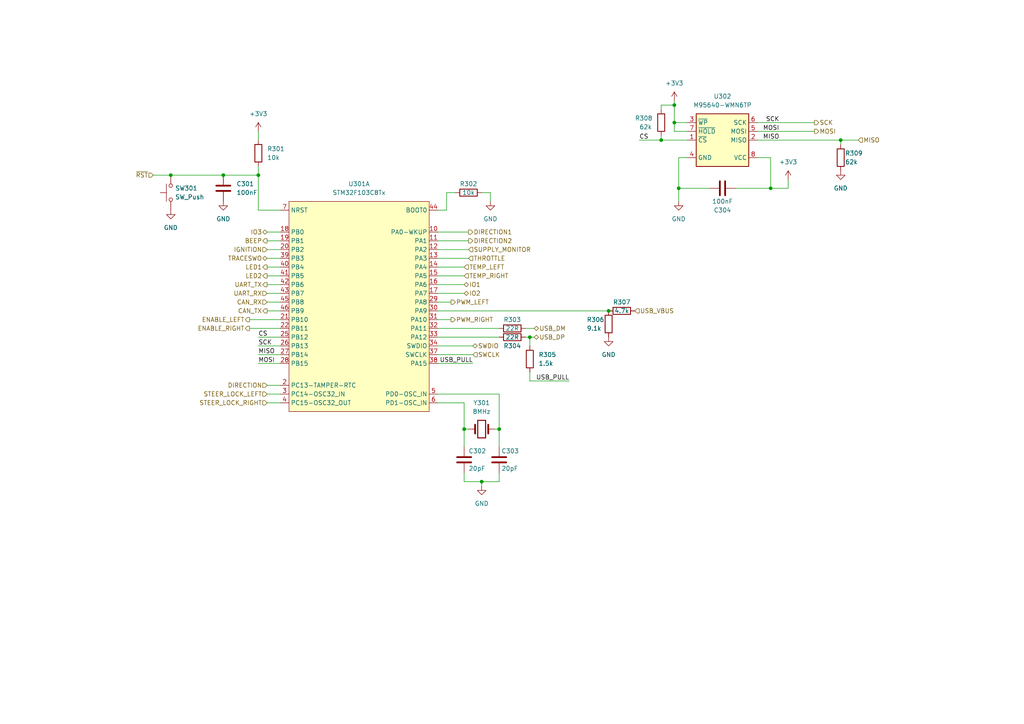
<source format=kicad_sch>
(kicad_sch (version 20210621) (generator eeschema)
  (paper "A4")
  (lib_symbols
    (symbol "Device:C" (pin_numbers hide) (pin_names (offset 0.254))
      (property "Reference" "C" (at 0.635 2.54 0))
      (property "Value" "C" (at 0.635 -2.54 0))
      (symbol "C_0_1"
        (polyline (pts (xy -2.032 -0.762) (xy 2.032 -0.762)) (stroke (width 0.508)))
        (polyline (pts (xy -2.032 0.762) (xy 2.032 0.762)) (stroke (width 0.508)))
      )
      (symbol "C_1_1"
        (pin passive line (at 0 3.81 270) (length 2.794) (name "~") (number "1"))
        (pin passive line (at 0 -3.81 90) (length 2.794) (name "~") (number "2"))
      )
    )
    (symbol "Device:Crystal" (pin_numbers hide) (pin_names (offset 1.016) hide)
      (property "Reference" "Y" (at 0 3.81 0))
      (property "Value" "Crystal" (at 0 -3.81 0))
      (symbol "Crystal_0_1"
        (rectangle (start -1.143 2.54) (end 1.143 -2.54) (stroke (width 0.3048)))
        (polyline (pts (xy -2.54 0) (xy -1.905 0)))
        (polyline (pts (xy -1.905 -1.27) (xy -1.905 1.27)) (stroke (width 0.508)))
        (polyline (pts (xy 1.905 -1.27) (xy 1.905 1.27)) (stroke (width 0.508)))
        (polyline (pts (xy 2.54 0) (xy 1.905 0)))
      )
      (symbol "Crystal_1_1"
        (pin passive line (at -3.81 0 0) (length 1.27) (name "1") (number "1"))
        (pin passive line (at 3.81 0 180) (length 1.27) (name "2") (number "2"))
      )
    )
    (symbol "Device:R" (pin_numbers hide) (pin_names (offset 0))
      (property "Reference" "R" (at 2.032 0 90))
      (property "Value" "R" (at 0 0 90))
      (symbol "R_0_1"
        (rectangle (start -1.016 -2.54) (end 1.016 2.54) (stroke (width 0.254)))
      )
      (symbol "R_1_1"
        (pin passive line (at 0 3.81 270) (length 1.27) (name "~") (number "1"))
        (pin passive line (at 0 -3.81 90) (length 1.27) (name "~") (number "2"))
      )
    )
    (symbol "GozLib:M95640-WMN6TP"
      (property "Reference" "U" (at -7.62 6.35 0))
      (property "Value" "M95640-WMN6TP" (at -3.81 6.35 0))
      (symbol "M95640-WMN6TP_1_1"
        (rectangle (start -7.62 5.08) (end 7.62 -10.16) (stroke (width 0.254)) (fill (type background)))
        (pin input line (at -10.16 -2.54 0) (length 2.54) (name "~{CS}") (number "1"))
        (pin output line (at 10.16 -2.54 180) (length 2.54) (name "MISO") (number "2"))
        (pin input line (at -10.16 2.54 0) (length 2.54) (name "~{WP}") (number "3"))
        (pin power_in line (at -10.16 -7.62 0) (length 2.54) (name "GND") (number "4"))
        (pin input line (at 10.16 0 180) (length 2.54) (name "MOSI") (number "5"))
        (pin input line (at 10.16 2.54 180) (length 2.54) (name "SCK") (number "6"))
        (pin input line (at -10.16 0 0) (length 2.54) (name "~{HOLD}") (number "7"))
        (pin power_in line (at 10.16 -7.62 180) (length 2.54) (name "VCC") (number "8"))
      )
    )
    (symbol "GozLib:STM32F103C8Tx"
      (property "Reference" "U" (at -8.89 11.43 0))
      (property "Value" "STM32F103C8Tx" (at 2.54 11.43 0))
      (symbol "STM32F103C8Tx_1_1"
        (rectangle (start -20.32 10.16) (end 20.32 -50.8) (stroke (width 0.1524)) (fill (type background)))
        (pin bidirectional line (at 22.86 1.27 180) (length 2.54) (name "PA0-WKUP") (number "10"))
        (pin bidirectional line (at 22.86 -1.27 180) (length 2.54) (name "PA1") (number "11"))
        (pin bidirectional line (at 22.86 -3.81 180) (length 2.54) (name "PA2") (number "12"))
        (pin bidirectional line (at 22.86 -6.35 180) (length 2.54) (name "PA3") (number "13"))
        (pin bidirectional line (at 22.86 -8.89 180) (length 2.54) (name "PA4") (number "14"))
        (pin bidirectional line (at 22.86 -11.43 180) (length 2.54) (name "PA5") (number "15"))
        (pin bidirectional line (at 22.86 -13.97 180) (length 2.54) (name "PA6") (number "16"))
        (pin bidirectional line (at 22.86 -16.51 180) (length 2.54) (name "PA7") (number "17"))
        (pin bidirectional line (at -22.86 1.27 0) (length 2.54) (name "PB0") (number "18"))
        (pin bidirectional line (at -22.86 -1.27 0) (length 2.54) (name "PB1") (number "19"))
        (pin bidirectional line (at -22.86 -43.18 0) (length 2.54) (name "PC13-TAMPER-RTC") (number "2"))
        (pin bidirectional line (at -22.86 -3.81 0) (length 2.54) (name "PB2") (number "20"))
        (pin bidirectional line (at -22.86 -24.13 0) (length 2.54) (name "PB10") (number "21"))
        (pin bidirectional line (at -22.86 -26.67 0) (length 2.54) (name "PB11") (number "22"))
        (pin bidirectional line (at -22.86 -29.21 0) (length 2.54) (name "PB12") (number "25"))
        (pin bidirectional line (at -22.86 -31.75 0) (length 2.54) (name "PB13") (number "26"))
        (pin bidirectional line (at -22.86 -34.29 0) (length 2.54) (name "PB14") (number "27"))
        (pin bidirectional line (at -22.86 -36.83 0) (length 2.54) (name "PB15") (number "28"))
        (pin bidirectional line (at 22.86 -19.05 180) (length 2.54) (name "PA8") (number "29"))
        (pin bidirectional line (at -22.86 -45.72 0) (length 2.54) (name "PC14-OSC32_IN") (number "3"))
        (pin bidirectional line (at 22.86 -21.59 180) (length 2.54) (name "PA9") (number "30"))
        (pin bidirectional line (at 22.86 -24.13 180) (length 2.54) (name "PA10") (number "31"))
        (pin bidirectional line (at 22.86 -26.67 180) (length 2.54) (name "PA11") (number "32"))
        (pin bidirectional line (at 22.86 -29.21 180) (length 2.54) (name "PA12") (number "33"))
        (pin bidirectional line (at 22.86 -31.75 180) (length 2.54) (name "PA13") (number "34") (alternate "SWDIO" bidirectional line))
        (pin bidirectional line (at 22.86 -34.29 180) (length 2.54) (name "PA14") (number "37") (alternate "SWCLK" bidirectional line))
        (pin bidirectional line (at 22.86 -36.83 180) (length 2.54) (name "PA15") (number "38"))
        (pin bidirectional line (at -22.86 -6.35 0) (length 2.54) (name "PB3") (number "39"))
        (pin bidirectional line (at -22.86 -48.26 0) (length 2.54) (name "PC15-OSC32_OUT") (number "4"))
        (pin bidirectional line (at -22.86 -8.89 0) (length 2.54) (name "PB4") (number "40"))
        (pin bidirectional line (at -22.86 -11.43 0) (length 2.54) (name "PB5") (number "41"))
        (pin bidirectional line (at -22.86 -13.97 0) (length 2.54) (name "PB6") (number "42"))
        (pin bidirectional line (at -22.86 -16.51 0) (length 2.54) (name "PB7") (number "43"))
        (pin input line (at 22.86 7.62 180) (length 2.54) (name "BOOT0") (number "44"))
        (pin bidirectional line (at -22.86 -19.05 0) (length 2.54) (name "PB8") (number "45"))
        (pin bidirectional line (at -22.86 -21.59 0) (length 2.54) (name "PB9") (number "46"))
        (pin bidirectional line (at 22.86 -45.72 180) (length 2.54) (name "PD0-OSC_IN") (number "5"))
        (pin bidirectional line (at 22.86 -48.26 180) (length 2.54) (name "PD1-OSC_IN") (number "6"))
        (pin input line (at -22.86 7.62 0) (length 2.54) (name "NRST") (number "7"))
      )
      (symbol "STM32F103C8Tx_2_1"
        (rectangle (start -10.16 10.16) (end 10.16 -12.7) (stroke (width 0.1524)) (fill (type background)))
        (pin power_in line (at -12.7 7.62 0) (length 2.54) (name "VBAT") (number "1"))
        (pin power_in line (at 12.7 -5.08 180) (length 2.54) (name "VSS_1") (number "23"))
        (pin power_in line (at 12.7 7.62 180) (length 2.54) (name "VDD_1") (number "24"))
        (pin power_in line (at 12.7 -7.62 180) (length 2.54) (name "VSS_2") (number "35"))
        (pin power_in line (at 12.7 5.08 180) (length 2.54) (name "VDD_2") (number "36"))
        (pin power_in line (at 12.7 -10.16 180) (length 2.54) (name "VSS_3") (number "47"))
        (pin power_in line (at 12.7 2.54 180) (length 2.54) (name "VDD_3") (number "48"))
        (pin power_in line (at -12.7 -5.08 0) (length 2.54) (name "VSSA") (number "8"))
        (pin power_in line (at -12.7 2.54 0) (length 2.54) (name "VDDA") (number "9"))
      )
    )
    (symbol "Switch:SW_Push" (pin_numbers hide) (pin_names (offset 1.016) hide)
      (property "Reference" "SW" (at 1.27 2.54 0))
      (property "Value" "SW_Push" (at 0 -1.524 0))
      (symbol "SW_Push_0_1"
        (circle (center -2.032 0) (radius 0.508))
        (circle (center 2.032 0) (radius 0.508))
        (polyline (pts (xy 0 1.27) (xy 0 3.048)))
        (polyline (pts (xy 2.54 1.27) (xy -2.54 1.27)))
        (pin passive line (at -5.08 0 0) (length 2.54) (name "1") (number "1"))
        (pin passive line (at 5.08 0 180) (length 2.54) (name "2") (number "2"))
      )
    )
    (symbol "power:+3V3" (power) (pin_names (offset 0))
      (property "Value" "+3V3" (at 0 3.556 0))
      (symbol "+3V3_0_1"
        (polyline (pts (xy -0.762 1.27) (xy 0 2.54)))
        (polyline (pts (xy 0 0) (xy 0 2.54)))
        (polyline (pts (xy 0 2.54) (xy 0.762 1.27)))
      )
      (symbol "+3V3_1_1"
        (pin power_in line (at 0 0 90) (length 0) hide (name "+3V3") (number "1"))
      )
    )
    (symbol "power:GND" (power) (pin_names (offset 0))
      (property "Value" "GND" (at 0 -3.81 0))
      (symbol "GND_0_1"
        (polyline (pts (xy 0 0) (xy 0 -1.27) (xy 1.27 -1.27) (xy 0 -2.54) (xy -1.27 -1.27) (xy 0 -1.27)))
      )
      (symbol "GND_1_1"
        (pin power_in line (at 0 0 270) (length 0) hide (name "GND") (number "1"))
      )
    )
  )
  (junction (at 49.53 50.8) (diameter 0.9144))
  (junction (at 64.77 50.8) (diameter 0.9144))
  (junction (at 74.93 50.8) (diameter 0.9144))
  (junction (at 134.62 124.46) (diameter 0.9144))
  (junction (at 139.7 139.7) (diameter 0.9144))
  (junction (at 144.78 124.46) (diameter 0.9144))
  (junction (at 153.67 97.79) (diameter 0.9144))
  (junction (at 176.53 90.17) (diameter 0.9144))
  (junction (at 191.77 40.64) (diameter 0.9144))
  (junction (at 195.58 30.48) (diameter 0.9144))
  (junction (at 195.58 35.56) (diameter 0.9144))
  (junction (at 196.85 54.61) (diameter 0.9144))
  (junction (at 223.52 54.61) (diameter 0.9144))
  (junction (at 243.84 40.64) (diameter 0.9144))
  (wire (pts (xy 44.45 50.8) (xy 49.53 50.8)))
  (wire (pts (xy 64.77 50.8) (xy 49.53 50.8)))
  (wire (pts (xy 72.39 92.71) (xy 81.28 92.71)))
  (wire (pts (xy 72.39 95.25) (xy 81.28 95.25)))
  (wire (pts (xy 74.93 38.1) (xy 74.93 40.64)))
  (wire (pts (xy 74.93 48.26) (xy 74.93 50.8)))
  (wire (pts (xy 74.93 50.8) (xy 64.77 50.8)))
  (wire (pts (xy 74.93 60.96) (xy 74.93 50.8)))
  (wire (pts (xy 74.93 97.79) (xy 81.28 97.79)))
  (wire (pts (xy 74.93 100.33) (xy 81.28 100.33)))
  (wire (pts (xy 74.93 102.87) (xy 81.28 102.87)))
  (wire (pts (xy 74.93 105.41) (xy 81.28 105.41)))
  (wire (pts (xy 77.47 67.31) (xy 81.28 67.31)))
  (wire (pts (xy 77.47 69.85) (xy 81.28 69.85)))
  (wire (pts (xy 77.47 72.39) (xy 81.28 72.39)))
  (wire (pts (xy 77.47 74.93) (xy 81.28 74.93)))
  (wire (pts (xy 77.47 77.47) (xy 81.28 77.47)))
  (wire (pts (xy 77.47 80.01) (xy 81.28 80.01)))
  (wire (pts (xy 77.47 82.55) (xy 81.28 82.55)))
  (wire (pts (xy 77.47 85.09) (xy 81.28 85.09)))
  (wire (pts (xy 77.47 87.63) (xy 81.28 87.63)))
  (wire (pts (xy 77.47 90.17) (xy 81.28 90.17)))
  (wire (pts (xy 77.47 111.76) (xy 81.28 111.76)))
  (wire (pts (xy 77.47 114.3) (xy 81.28 114.3)))
  (wire (pts (xy 77.47 116.84) (xy 81.28 116.84)))
  (wire (pts (xy 81.28 60.96) (xy 74.93 60.96)))
  (wire (pts (xy 127 60.96) (xy 129.54 60.96)))
  (wire (pts (xy 127 67.31) (xy 135.89 67.31)))
  (wire (pts (xy 127 69.85) (xy 135.89 69.85)))
  (wire (pts (xy 127 72.39) (xy 135.89 72.39)))
  (wire (pts (xy 127 74.93) (xy 135.89 74.93)))
  (wire (pts (xy 127 77.47) (xy 134.62 77.47)))
  (wire (pts (xy 127 80.01) (xy 134.62 80.01)))
  (wire (pts (xy 127 82.55) (xy 134.62 82.55)))
  (wire (pts (xy 127 85.09) (xy 134.62 85.09)))
  (wire (pts (xy 127 87.63) (xy 130.81 87.63)))
  (wire (pts (xy 127 90.17) (xy 176.53 90.17)))
  (wire (pts (xy 127 92.71) (xy 130.81 92.71)))
  (wire (pts (xy 127 95.25) (xy 144.78 95.25)))
  (wire (pts (xy 127 97.79) (xy 144.78 97.79)))
  (wire (pts (xy 127 100.33) (xy 137.16 100.33)))
  (wire (pts (xy 127 102.87) (xy 137.16 102.87)))
  (wire (pts (xy 127 105.41) (xy 137.16 105.41)))
  (wire (pts (xy 127 114.3) (xy 144.78 114.3)))
  (wire (pts (xy 129.54 55.88) (xy 132.08 55.88)))
  (wire (pts (xy 129.54 60.96) (xy 129.54 55.88)))
  (wire (pts (xy 134.62 116.84) (xy 127 116.84)))
  (wire (pts (xy 134.62 124.46) (xy 134.62 116.84)))
  (wire (pts (xy 134.62 124.46) (xy 134.62 129.54)))
  (wire (pts (xy 134.62 137.16) (xy 134.62 139.7)))
  (wire (pts (xy 134.62 139.7) (xy 139.7 139.7)))
  (wire (pts (xy 135.89 124.46) (xy 134.62 124.46)))
  (wire (pts (xy 139.7 55.88) (xy 142.24 55.88)))
  (wire (pts (xy 139.7 139.7) (xy 139.7 140.97)))
  (wire (pts (xy 142.24 55.88) (xy 142.24 58.42)))
  (wire (pts (xy 143.51 124.46) (xy 144.78 124.46)))
  (wire (pts (xy 144.78 114.3) (xy 144.78 124.46)))
  (wire (pts (xy 144.78 124.46) (xy 144.78 129.54)))
  (wire (pts (xy 144.78 137.16) (xy 144.78 139.7)))
  (wire (pts (xy 144.78 139.7) (xy 139.7 139.7)))
  (wire (pts (xy 152.4 95.25) (xy 154.94 95.25)))
  (wire (pts (xy 152.4 97.79) (xy 153.67 97.79)))
  (wire (pts (xy 153.67 97.79) (xy 153.67 100.33)))
  (wire (pts (xy 153.67 97.79) (xy 154.94 97.79)))
  (wire (pts (xy 153.67 107.95) (xy 153.67 110.49)))
  (wire (pts (xy 153.67 110.49) (xy 165.1 110.49)))
  (wire (pts (xy 185.42 40.64) (xy 191.77 40.64)))
  (wire (pts (xy 191.77 30.48) (xy 195.58 30.48)))
  (wire (pts (xy 191.77 31.75) (xy 191.77 30.48)))
  (wire (pts (xy 191.77 39.37) (xy 191.77 40.64)))
  (wire (pts (xy 191.77 40.64) (xy 199.39 40.64)))
  (wire (pts (xy 195.58 30.48) (xy 195.58 29.21)))
  (wire (pts (xy 195.58 35.56) (xy 195.58 30.48)))
  (wire (pts (xy 195.58 38.1) (xy 195.58 35.56)))
  (wire (pts (xy 196.85 45.72) (xy 196.85 54.61)))
  (wire (pts (xy 196.85 54.61) (xy 196.85 58.42)))
  (wire (pts (xy 196.85 54.61) (xy 205.74 54.61)))
  (wire (pts (xy 199.39 35.56) (xy 195.58 35.56)))
  (wire (pts (xy 199.39 38.1) (xy 195.58 38.1)))
  (wire (pts (xy 199.39 45.72) (xy 196.85 45.72)))
  (wire (pts (xy 213.36 54.61) (xy 223.52 54.61)))
  (wire (pts (xy 219.71 35.56) (xy 236.22 35.56)))
  (wire (pts (xy 219.71 38.1) (xy 236.22 38.1)))
  (wire (pts (xy 219.71 40.64) (xy 243.84 40.64)))
  (wire (pts (xy 219.71 45.72) (xy 223.52 45.72)))
  (wire (pts (xy 223.52 54.61) (xy 223.52 45.72)))
  (wire (pts (xy 228.6 52.07) (xy 228.6 54.61)))
  (wire (pts (xy 228.6 54.61) (xy 223.52 54.61)))
  (wire (pts (xy 243.84 40.64) (xy 243.84 41.91)))
  (wire (pts (xy 243.84 40.64) (xy 248.92 40.64)))
  (label "CS" (at 74.93 97.79 0))
  (label "SCK" (at 74.93 100.33 0))
  (label "MISO" (at 74.93 102.87 0))
  (label "MOSI" (at 74.93 105.41 0))
  (label "USB_PULL" (at 137.16 105.41 180))
  (label "USB_PULL" (at 165.1 110.49 180))
  (label "CS" (at 185.42 40.64 0))
  (label "SCK" (at 226.06 35.56 180))
  (label "MOSI" (at 226.06 38.1 180))
  (label "MISO" (at 226.06 40.64 180))
  (hierarchical_label "~{RST}" (shape input) (at 44.45 50.8 180))
  (hierarchical_label "ENABLE_LEFT" (shape output) (at 72.39 92.71 180))
  (hierarchical_label "ENABLE_RIGHT" (shape output) (at 72.39 95.25 180))
  (hierarchical_label "IO3" (shape bidirectional) (at 77.47 67.31 180))
  (hierarchical_label "BEEP" (shape output) (at 77.47 69.85 180))
  (hierarchical_label "IGNITION" (shape input) (at 77.47 72.39 180))
  (hierarchical_label "TRACESWO" (shape bidirectional) (at 77.47 74.93 180))
  (hierarchical_label "LED1" (shape output) (at 77.47 77.47 180))
  (hierarchical_label "LED2" (shape output) (at 77.47 80.01 180))
  (hierarchical_label "UART_TX" (shape output) (at 77.47 82.55 180))
  (hierarchical_label "UART_RX" (shape input) (at 77.47 85.09 180))
  (hierarchical_label "CAN_RX" (shape input) (at 77.47 87.63 180))
  (hierarchical_label "CAN_TX" (shape output) (at 77.47 90.17 180))
  (hierarchical_label "DIRECTION" (shape input) (at 77.47 111.76 180))
  (hierarchical_label "STEER_LOCK_LEFT" (shape input) (at 77.47 114.3 180))
  (hierarchical_label "STEER_LOCK_RIGHT" (shape input) (at 77.47 116.84 180))
  (hierarchical_label "PWM_LEFT" (shape output) (at 130.81 87.63 0))
  (hierarchical_label "PWM_RIGHT" (shape output) (at 130.81 92.71 0))
  (hierarchical_label "TEMP_LEFT" (shape input) (at 134.62 77.47 0))
  (hierarchical_label "TEMP_RIGHT" (shape input) (at 134.62 80.01 0))
  (hierarchical_label "IO1" (shape bidirectional) (at 134.62 82.55 0))
  (hierarchical_label "IO2" (shape bidirectional) (at 134.62 85.09 0))
  (hierarchical_label "DIRECTION1" (shape output) (at 135.89 67.31 0))
  (hierarchical_label "DIRECTION2" (shape output) (at 135.89 69.85 0))
  (hierarchical_label "SUPPLY_MONITOR" (shape input) (at 135.89 72.39 0))
  (hierarchical_label "THROTTLE" (shape input) (at 135.89 74.93 0))
  (hierarchical_label "SWDIO" (shape bidirectional) (at 137.16 100.33 0))
  (hierarchical_label "SWCLK" (shape input) (at 137.16 102.87 0))
  (hierarchical_label "USB_DM" (shape bidirectional) (at 154.94 95.25 0))
  (hierarchical_label "USB_DP" (shape bidirectional) (at 154.94 97.79 0))
  (hierarchical_label "USB_VBUS" (shape input) (at 184.15 90.17 0))
  (hierarchical_label "SCK" (shape output) (at 236.22 35.56 0))
  (hierarchical_label "MOSI" (shape output) (at 236.22 38.1 0))
  (hierarchical_label "MISO" (shape input) (at 248.92 40.64 0))
  (symbol (lib_id "power:+3V3") (at 74.93 38.1 0) (unit 1)
    (property "Reference" "#PWR0303" (effects hide))
    (property "Value" "+3V3" (at 74.93 33.02 0))
  )
  (symbol (lib_id "power:+3V3") (at 195.58 29.21 0) (unit 1)
    (property "Reference" "#PWR0307" (effects hide))
    (property "Value" "+3V3" (at 195.58 24.13 0))
  )
  (symbol (lib_id "power:+3V3") (at 228.6 52.07 0) (unit 1)
    (property "Reference" "#PWR0309" (effects hide))
    (property "Value" "+3V3" (at 228.6 46.99 0))
  )
  (symbol (lib_id "power:GND") (at 49.53 60.96 0) (unit 1)
    (property "Reference" "#PWR0301" (effects hide))
    (property "Value" "GND" (at 49.53 66.04 0))
  )
  (symbol (lib_id "power:GND") (at 64.77 58.42 0) (unit 1)
    (property "Reference" "#PWR0302" (effects hide))
    (property "Value" "GND" (at 64.77 63.5 0))
  )
  (symbol (lib_id "power:GND") (at 139.7 140.97 0) (unit 1)
    (property "Reference" "#PWR0304" (effects hide))
    (property "Value" "GND" (at 139.7 146.05 0))
  )
  (symbol (lib_id "power:GND") (at 142.24 58.42 0) (unit 1)
    (property "Reference" "#PWR0305" (effects hide))
    (property "Value" "GND" (at 142.24 63.5 0))
  )
  (symbol (lib_id "power:GND") (at 176.53 97.79 0) (unit 1)
    (property "Reference" "#PWR0306" (effects hide))
    (property "Value" "GND" (at 176.53 102.87 0))
  )
  (symbol (lib_id "power:GND") (at 196.85 58.42 0) (unit 1)
    (property "Reference" "#PWR0308" (effects hide))
    (property "Value" "GND" (at 196.85 63.5 0))
  )
  (symbol (lib_id "power:GND") (at 243.84 49.53 0) (unit 1)
    (property "Reference" "#PWR0310" (effects hide))
    (property "Value" "GND" (at 243.84 54.61 0))
  )
  (symbol (lib_id "Device:R") (at 74.93 44.45 0) (unit 1)
    (property "Reference" "R301" (at 77.47 43.1799 0) (effects (justify left)))
    (property "Value" "10k" (at 77.47 45.7199 0) (effects (justify left)))
    (property "Footprint" "Resistor_SMD:R_0805_2012Metric_Pad1.20x1.40mm_HandSolder" (effects hide))
  )
  (symbol (lib_id "Device:R") (at 135.89 55.88 90) (unit 1)
    (property "Reference" "R302" (at 135.89 53.34 90))
    (property "Value" "10k" (at 135.89 55.88 90))
    (property "Footprint" "Resistor_SMD:R_0805_2012Metric_Pad1.20x1.40mm_HandSolder" (effects hide))
  )
  (symbol (lib_id "Device:R") (at 148.59 95.25 90) (unit 1)
    (property "Reference" "R303" (at 148.59 92.71 90))
    (property "Value" "22R" (at 148.59 95.25 90))
    (property "Footprint" "Resistor_SMD:R_0805_2012Metric_Pad1.20x1.40mm_HandSolder" (effects hide))
  )
  (symbol (lib_id "Device:R") (at 148.59 97.79 90) (unit 1)
    (property "Reference" "R304" (at 148.59 100.33 90))
    (property "Value" "22R" (at 148.59 97.79 90))
    (property "Footprint" "Resistor_SMD:R_0805_2012Metric_Pad1.20x1.40mm_HandSolder" (effects hide))
  )
  (symbol (lib_id "Device:R") (at 153.67 104.14 0) (unit 1)
    (property "Reference" "R305" (at 156.21 102.8699 0) (effects (justify left)))
    (property "Value" "1.5k" (at 156.21 105.4099 0) (effects (justify left)))
    (property "Footprint" "Resistor_SMD:R_0805_2012Metric_Pad1.20x1.40mm_HandSolder" (effects hide))
  )
  (symbol (lib_id "Device:R") (at 176.53 93.98 0) (unit 1)
    (property "Reference" "R306" (at 170.18 92.7099 0) (effects (justify left)))
    (property "Value" "9.1k" (at 170.18 95.2499 0) (effects (justify left)))
    (property "Footprint" "Resistor_SMD:R_0805_2012Metric_Pad1.20x1.40mm_HandSolder" (effects hide))
  )
  (symbol (lib_id "Device:R") (at 180.34 90.17 90) (unit 1)
    (property "Reference" "R307" (at 180.34 87.63 90))
    (property "Value" "4.7k" (at 180.34 90.17 90))
    (property "Footprint" "Resistor_SMD:R_0805_2012Metric_Pad1.20x1.40mm_HandSolder" (effects hide))
  )
  (symbol (lib_id "Device:R") (at 191.77 35.56 0) (unit 1)
    (property "Reference" "R308" (at 184.15 34.2899 0) (effects (justify left)))
    (property "Value" "62k" (at 185.42 36.8299 0) (effects (justify left)))
    (property "Footprint" "Resistor_SMD:R_0805_2012Metric_Pad1.20x1.40mm_HandSolder" (effects hide))
  )
  (symbol (lib_id "Device:R") (at 243.84 45.72 0) (unit 1)
    (property "Reference" "R309" (at 245.11 44.4499 0) (effects (justify left)))
    (property "Value" "62k" (at 245.11 46.9899 0) (effects (justify left)))
    (property "Footprint" "Resistor_SMD:R_0805_2012Metric_Pad1.20x1.40mm_HandSolder" (effects hide))
  )
  (symbol (lib_id "Device:C") (at 64.77 54.61 0) (unit 1)
    (property "Reference" "C301" (at 68.58 53.3399 0) (effects (justify left)))
    (property "Value" "100nF" (at 68.58 55.8799 0) (effects (justify left)))
    (property "Footprint" "Capacitor_SMD:C_0805_2012Metric_Pad1.18x1.45mm_HandSolder" (effects hide))
  )
  (symbol (lib_id "Device:C") (at 134.62 133.35 0) (unit 1)
    (property "Reference" "C302" (at 135.89 130.8099 0) (effects (justify left)))
    (property "Value" "20pF" (at 135.89 135.8899 0) (effects (justify left)))
    (property "Footprint" "Capacitor_SMD:C_0805_2012Metric_Pad1.18x1.45mm_HandSolder" (effects hide))
  )
  (symbol (lib_id "Device:C") (at 144.78 133.35 0) (unit 1)
    (property "Reference" "C303" (at 145.415 130.81 0) (effects (justify left)))
    (property "Value" "20pF" (at 145.415 135.89 0) (effects (justify left)))
    (property "Footprint" "Capacitor_SMD:C_0805_2012Metric_Pad1.18x1.45mm_HandSolder" (effects hide))
  )
  (symbol (lib_id "Device:C") (at 209.55 54.61 270) (unit 1)
    (property "Reference" "C304" (at 209.55 60.96 90))
    (property "Value" "100nF" (at 209.55 58.42 90))
    (property "Footprint" "Capacitor_SMD:C_0805_2012Metric_Pad1.18x1.45mm_HandSolder" (effects hide))
  )
  (symbol (lib_id "Switch:SW_Push") (at 49.53 55.88 90) (unit 1)
    (property "Reference" "SW301" (at 50.8 54.6099 90) (effects (justify right)))
    (property "Value" "SW_Push" (at 50.8 57.1499 90) (effects (justify right)))
    (property "Footprint" "Button_Switch_SMD:SW_SPST_TL3342" (effects hide))
  )
  (symbol (lib_id "Device:Crystal") (at 139.7 124.46 0) (unit 1)
    (property "Reference" "Y301" (at 139.7 116.84 0))
    (property "Value" "8MHz" (at 139.7 119.38 0))
    (property "Footprint" "Crystal:Crystal_SMD_HC49-SD_HandSoldering" (effects hide))
  )
  (symbol (lib_id "GozLib:M95640-WMN6TP") (at 209.55 38.1 0) (unit 1)
    (property "Reference" "U302" (at 209.55 27.94 0))
    (property "Value" "M95640-WMN6TP" (at 209.55 30.48 0))
    (property "Footprint" "Package_SO:SOIC-8_3.9x4.9mm_P1.27mm" (effects hide))
    (property "Datasheet" "https://www.st.com/resource/en/datasheet/m95640-w.pdf" (effects hide))
  )
  (symbol (lib_id "GozLib:STM32F103C8Tx") (at 104.14 68.58 0) (unit 1)
    (property "Reference" "U301" (at 104.14 53.34 0))
    (property "Value" "STM32F103C8Tx" (at 104.14 55.88 0))
    (property "Footprint" "Package_QFP:LQFP-48_7x7mm_P0.5mm" (effects hide))
    (property "Datasheet" "http://www.st.com/st-web-ui/static/active/en/resource/technical/document/datasheet/CD00161566.pdf" (effects hide))
    (pin "34" (alternate "SWDIO"))
    (pin "37" (alternate "SWCLK"))
  )
)
</source>
